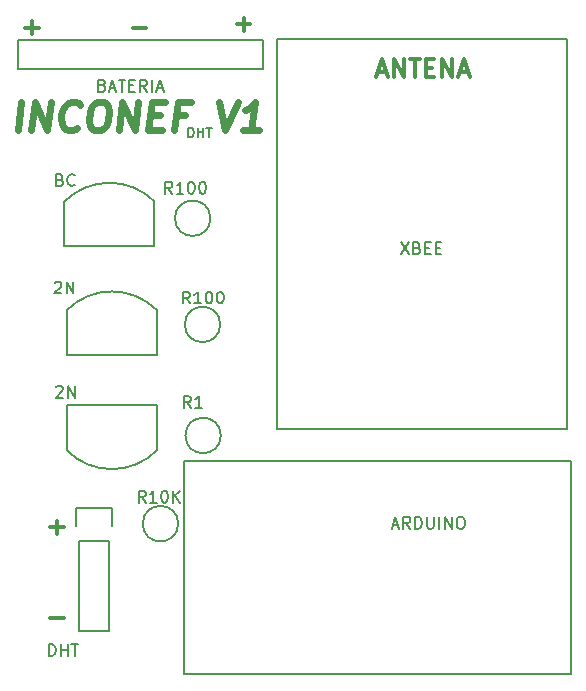
<source format=gbr>
G04 #@! TF.GenerationSoftware,KiCad,Pcbnew,(5.0.2)-1*
G04 #@! TF.CreationDate,2019-04-10T16:45:38+02:00*
G04 #@! TF.ProjectId,V2,56322e6b-6963-4616-945f-706362585858,rev?*
G04 #@! TF.SameCoordinates,Original*
G04 #@! TF.FileFunction,Legend,Top*
G04 #@! TF.FilePolarity,Positive*
%FSLAX46Y46*%
G04 Gerber Fmt 4.6, Leading zero omitted, Abs format (unit mm)*
G04 Created by KiCad (PCBNEW (5.0.2)-1) date 10/04/2019 16:45:38*
%MOMM*%
%LPD*%
G01*
G04 APERTURE LIST*
%ADD10C,0.200000*%
%ADD11C,0.600000*%
%ADD12C,0.300000*%
%ADD13C,0.150000*%
G04 APERTURE END LIST*
D10*
X127058266Y-50237904D02*
X127058266Y-49437904D01*
X127248742Y-49437904D01*
X127363028Y-49476000D01*
X127439219Y-49552190D01*
X127477314Y-49628380D01*
X127515409Y-49780761D01*
X127515409Y-49895047D01*
X127477314Y-50047428D01*
X127439219Y-50123619D01*
X127363028Y-50199809D01*
X127248742Y-50237904D01*
X127058266Y-50237904D01*
X127858266Y-50237904D02*
X127858266Y-49437904D01*
X127858266Y-49818857D02*
X128315409Y-49818857D01*
X128315409Y-50237904D02*
X128315409Y-49437904D01*
X128582076Y-49437904D02*
X129039219Y-49437904D01*
X128810647Y-50237904D02*
X128810647Y-49437904D01*
D11*
X112610707Y-49651714D02*
X112910707Y-47251714D01*
X113753564Y-49651714D02*
X114053564Y-47251714D01*
X115124992Y-49651714D01*
X115424992Y-47251714D01*
X117667850Y-49423142D02*
X117539278Y-49537428D01*
X117182135Y-49651714D01*
X116953564Y-49651714D01*
X116624992Y-49537428D01*
X116424992Y-49308857D01*
X116339278Y-49080285D01*
X116282135Y-48623142D01*
X116324992Y-48280285D01*
X116496421Y-47823142D01*
X116639278Y-47594571D01*
X116896421Y-47366000D01*
X117253564Y-47251714D01*
X117482135Y-47251714D01*
X117810707Y-47366000D01*
X117910707Y-47480285D01*
X119424992Y-47251714D02*
X119882135Y-47251714D01*
X120096421Y-47366000D01*
X120296421Y-47594571D01*
X120353564Y-48051714D01*
X120253564Y-48851714D01*
X120082135Y-49308857D01*
X119824992Y-49537428D01*
X119582135Y-49651714D01*
X119124992Y-49651714D01*
X118910707Y-49537428D01*
X118710707Y-49308857D01*
X118653564Y-48851714D01*
X118753564Y-48051714D01*
X118924992Y-47594571D01*
X119182135Y-47366000D01*
X119424992Y-47251714D01*
X121182135Y-49651714D02*
X121482135Y-47251714D01*
X122553564Y-49651714D01*
X122853564Y-47251714D01*
X123853564Y-48394571D02*
X124653564Y-48394571D01*
X124839278Y-49651714D02*
X123696421Y-49651714D01*
X123996421Y-47251714D01*
X125139278Y-47251714D01*
X126824992Y-48394571D02*
X126024992Y-48394571D01*
X125867850Y-49651714D02*
X126167850Y-47251714D01*
X127310707Y-47251714D01*
X129710707Y-47251714D02*
X130210707Y-49651714D01*
X131310707Y-47251714D01*
X133067850Y-49651714D02*
X131696421Y-49651714D01*
X132382135Y-49651714D02*
X132682135Y-47251714D01*
X132410707Y-47594571D01*
X132153564Y-47823142D01*
X131910707Y-47937428D01*
D12*
X116543028Y-90953142D02*
X115400171Y-90953142D01*
X115370171Y-83273142D02*
X116513028Y-83273142D01*
X115941600Y-83844571D02*
X115941600Y-82701714D01*
X123503028Y-40963142D02*
X122360171Y-40963142D01*
X131190171Y-40693142D02*
X132333028Y-40693142D01*
X131761600Y-41264571D02*
X131761600Y-40121714D01*
X113260171Y-40953142D02*
X114403028Y-40953142D01*
X113831600Y-41524571D02*
X113831600Y-40381714D01*
X143120171Y-44696000D02*
X143834457Y-44696000D01*
X142977314Y-45124571D02*
X143477314Y-43624571D01*
X143977314Y-45124571D01*
X144477314Y-45124571D02*
X144477314Y-43624571D01*
X145334457Y-45124571D01*
X145334457Y-43624571D01*
X145834457Y-43624571D02*
X146691600Y-43624571D01*
X146263028Y-45124571D02*
X146263028Y-43624571D01*
X147191600Y-44338857D02*
X147691600Y-44338857D01*
X147905885Y-45124571D02*
X147191600Y-45124571D01*
X147191600Y-43624571D01*
X147905885Y-43624571D01*
X148548742Y-45124571D02*
X148548742Y-43624571D01*
X149405885Y-45124571D01*
X149405885Y-43624571D01*
X150048742Y-44696000D02*
X150763028Y-44696000D01*
X149905885Y-45124571D02*
X150405885Y-43624571D01*
X150905885Y-45124571D01*
D13*
G04 #@! TO.C,ARDUINO*
X159512000Y-95656400D02*
X159512000Y-77622400D01*
X126746000Y-77622400D02*
X126746000Y-95656400D01*
X159512000Y-95656400D02*
X126746000Y-95656400D01*
X126746000Y-77622400D02*
X159512000Y-77622400D01*
G04 #@! TO.C,XBEE*
X134620000Y-41958000D02*
X159160000Y-41958000D01*
X159160000Y-41958000D02*
X159160000Y-74958000D01*
X159160000Y-74958000D02*
X134620000Y-74958000D01*
X134620000Y-74958000D02*
X134620000Y-41958000D01*
G04 #@! TO.C,BATERIA*
X112623600Y-42011600D02*
X133423600Y-42011600D01*
X133423600Y-42011600D02*
X133423600Y-44461600D01*
X133423600Y-44461600D02*
X112623600Y-44461600D01*
X112623600Y-44461600D02*
X112623600Y-42011600D01*
G04 #@! TO.C,2N*
X116789200Y-64871600D02*
G75*
G02X124409200Y-64871600I3810000J-3810000D01*
G01*
X124409200Y-68681600D02*
X124409200Y-64871600D01*
X116789200Y-68681600D02*
X124409200Y-68681600D01*
X116789200Y-64871600D02*
X116789200Y-68681600D01*
G04 #@! TO.C,DHT*
X117805200Y-84429600D02*
X120345200Y-84429600D01*
X117805200Y-92049600D02*
X117805200Y-84429600D01*
X120345200Y-92049600D02*
X117805200Y-92049600D01*
X120345200Y-84429600D02*
X120345200Y-92049600D01*
X117551200Y-81635600D02*
X117551200Y-83159600D01*
X120599200Y-81635600D02*
X117551200Y-81635600D01*
X120599200Y-83159600D02*
X120599200Y-81635600D01*
G04 #@! TO.C,R100*
X129770000Y-66090800D02*
G75*
G03X129770000Y-66090800I-1500000J0D01*
G01*
G04 #@! TO.C,R1*
X129820800Y-75488800D02*
G75*
G03X129820800Y-75488800I-1500000J0D01*
G01*
G04 #@! TO.C,R100*
X128941600Y-57099200D02*
G75*
G03X128941600Y-57099200I-1500000J0D01*
G01*
G04 #@! TO.C, R10K*
X126214000Y-82956400D02*
G75*
G03X126214000Y-82956400I-1500000J0D01*
G01*
G04 #@! TO.C,BC*
X124206000Y-55676800D02*
X124206000Y-59486800D01*
X124206000Y-59486800D02*
X116586000Y-59486800D01*
X116586000Y-59486800D02*
X116586000Y-55676800D01*
X124206000Y-55676800D02*
G75*
G03X116586000Y-55676800I-3810000J-3810000D01*
G01*
G04 #@! TO.C,2N*
X124409200Y-76758800D02*
X124409200Y-72948800D01*
X124409200Y-72948800D02*
X116789200Y-72948800D01*
X116789200Y-72948800D02*
X116789200Y-76758800D01*
X124409200Y-76758800D02*
G75*
G02X116789200Y-76758800I-3810000J3810000D01*
G01*
G04 #@! TO.C,ARDUINO*
D10*
X144373980Y-83097666D02*
X144850171Y-83097666D01*
X144278742Y-83383380D02*
X144612076Y-82383380D01*
X144945409Y-83383380D01*
X145850171Y-83383380D02*
X145516838Y-82907190D01*
X145278742Y-83383380D02*
X145278742Y-82383380D01*
X145659695Y-82383380D01*
X145754933Y-82431000D01*
X145802552Y-82478619D01*
X145850171Y-82573857D01*
X145850171Y-82716714D01*
X145802552Y-82811952D01*
X145754933Y-82859571D01*
X145659695Y-82907190D01*
X145278742Y-82907190D01*
X146278742Y-83383380D02*
X146278742Y-82383380D01*
X146516838Y-82383380D01*
X146659695Y-82431000D01*
X146754933Y-82526238D01*
X146802552Y-82621476D01*
X146850171Y-82811952D01*
X146850171Y-82954809D01*
X146802552Y-83145285D01*
X146754933Y-83240523D01*
X146659695Y-83335761D01*
X146516838Y-83383380D01*
X146278742Y-83383380D01*
X147278742Y-82383380D02*
X147278742Y-83192904D01*
X147326361Y-83288142D01*
X147373980Y-83335761D01*
X147469219Y-83383380D01*
X147659695Y-83383380D01*
X147754933Y-83335761D01*
X147802552Y-83288142D01*
X147850171Y-83192904D01*
X147850171Y-82383380D01*
X148326361Y-83383380D02*
X148326361Y-82383380D01*
X148802552Y-83383380D02*
X148802552Y-82383380D01*
X149373980Y-83383380D01*
X149373980Y-82383380D01*
X150040647Y-82383380D02*
X150231123Y-82383380D01*
X150326361Y-82431000D01*
X150421600Y-82526238D01*
X150469219Y-82716714D01*
X150469219Y-83050047D01*
X150421600Y-83240523D01*
X150326361Y-83335761D01*
X150231123Y-83383380D01*
X150040647Y-83383380D01*
X149945409Y-83335761D01*
X149850171Y-83240523D01*
X149802552Y-83050047D01*
X149802552Y-82716714D01*
X149850171Y-82526238D01*
X149945409Y-82431000D01*
X150040647Y-82383380D01*
G04 #@! TO.C,XBEE*
D13*
X145073504Y-59118380D02*
X145740171Y-60118380D01*
X145740171Y-59118380D02*
X145073504Y-60118380D01*
X146454457Y-59594571D02*
X146597314Y-59642190D01*
X146644933Y-59689809D01*
X146692552Y-59785047D01*
X146692552Y-59927904D01*
X146644933Y-60023142D01*
X146597314Y-60070761D01*
X146502076Y-60118380D01*
X146121123Y-60118380D01*
X146121123Y-59118380D01*
X146454457Y-59118380D01*
X146549695Y-59166000D01*
X146597314Y-59213619D01*
X146644933Y-59308857D01*
X146644933Y-59404095D01*
X146597314Y-59499333D01*
X146549695Y-59546952D01*
X146454457Y-59594571D01*
X146121123Y-59594571D01*
X147121123Y-59594571D02*
X147454457Y-59594571D01*
X147597314Y-60118380D02*
X147121123Y-60118380D01*
X147121123Y-59118380D01*
X147597314Y-59118380D01*
X148025885Y-59594571D02*
X148359219Y-59594571D01*
X148502076Y-60118380D02*
X148025885Y-60118380D01*
X148025885Y-59118380D01*
X148502076Y-59118380D01*
G04 #@! TO.C,BATERIA*
X119794457Y-45854571D02*
X119937314Y-45902190D01*
X119984933Y-45949809D01*
X120032552Y-46045047D01*
X120032552Y-46187904D01*
X119984933Y-46283142D01*
X119937314Y-46330761D01*
X119842076Y-46378380D01*
X119461123Y-46378380D01*
X119461123Y-45378380D01*
X119794457Y-45378380D01*
X119889695Y-45426000D01*
X119937314Y-45473619D01*
X119984933Y-45568857D01*
X119984933Y-45664095D01*
X119937314Y-45759333D01*
X119889695Y-45806952D01*
X119794457Y-45854571D01*
X119461123Y-45854571D01*
X120413504Y-46092666D02*
X120889695Y-46092666D01*
X120318266Y-46378380D02*
X120651600Y-45378380D01*
X120984933Y-46378380D01*
X121175409Y-45378380D02*
X121746838Y-45378380D01*
X121461123Y-46378380D02*
X121461123Y-45378380D01*
X122080171Y-45854571D02*
X122413504Y-45854571D01*
X122556361Y-46378380D02*
X122080171Y-46378380D01*
X122080171Y-45378380D01*
X122556361Y-45378380D01*
X123556361Y-46378380D02*
X123223028Y-45902190D01*
X122984933Y-46378380D02*
X122984933Y-45378380D01*
X123365885Y-45378380D01*
X123461123Y-45426000D01*
X123508742Y-45473619D01*
X123556361Y-45568857D01*
X123556361Y-45711714D01*
X123508742Y-45806952D01*
X123461123Y-45854571D01*
X123365885Y-45902190D01*
X122984933Y-45902190D01*
X123984933Y-46378380D02*
X123984933Y-45378380D01*
X124413504Y-46092666D02*
X124889695Y-46092666D01*
X124318266Y-46378380D02*
X124651600Y-45378380D01*
X124984933Y-46378380D01*
G04 #@! TO.C,2N*
X115762076Y-62563619D02*
X115809695Y-62516000D01*
X115904933Y-62468380D01*
X116143028Y-62468380D01*
X116238266Y-62516000D01*
X116285885Y-62563619D01*
X116333504Y-62658857D01*
X116333504Y-62754095D01*
X116285885Y-62896952D01*
X115714457Y-63468380D01*
X116333504Y-63468380D01*
X116762076Y-63468380D02*
X116762076Y-62468380D01*
X117333504Y-63468380D01*
X117333504Y-62468380D01*
G04 #@! TO.C,DHT*
X115274933Y-94148380D02*
X115274933Y-93148380D01*
X115513028Y-93148380D01*
X115655885Y-93196000D01*
X115751123Y-93291238D01*
X115798742Y-93386476D01*
X115846361Y-93576952D01*
X115846361Y-93719809D01*
X115798742Y-93910285D01*
X115751123Y-94005523D01*
X115655885Y-94100761D01*
X115513028Y-94148380D01*
X115274933Y-94148380D01*
X116274933Y-94148380D02*
X116274933Y-93148380D01*
X116274933Y-93624571D02*
X116846361Y-93624571D01*
X116846361Y-94148380D02*
X116846361Y-93148380D01*
X117179695Y-93148380D02*
X117751123Y-93148380D01*
X117465409Y-94148380D02*
X117465409Y-93148380D01*
G04 #@! TO.C,R100*
X127202552Y-64308380D02*
X126869219Y-63832190D01*
X126631123Y-64308380D02*
X126631123Y-63308380D01*
X127012076Y-63308380D01*
X127107314Y-63356000D01*
X127154933Y-63403619D01*
X127202552Y-63498857D01*
X127202552Y-63641714D01*
X127154933Y-63736952D01*
X127107314Y-63784571D01*
X127012076Y-63832190D01*
X126631123Y-63832190D01*
X128154933Y-64308380D02*
X127583504Y-64308380D01*
X127869219Y-64308380D02*
X127869219Y-63308380D01*
X127773980Y-63451238D01*
X127678742Y-63546476D01*
X127583504Y-63594095D01*
X128773980Y-63308380D02*
X128869219Y-63308380D01*
X128964457Y-63356000D01*
X129012076Y-63403619D01*
X129059695Y-63498857D01*
X129107314Y-63689333D01*
X129107314Y-63927428D01*
X129059695Y-64117904D01*
X129012076Y-64213142D01*
X128964457Y-64260761D01*
X128869219Y-64308380D01*
X128773980Y-64308380D01*
X128678742Y-64260761D01*
X128631123Y-64213142D01*
X128583504Y-64117904D01*
X128535885Y-63927428D01*
X128535885Y-63689333D01*
X128583504Y-63498857D01*
X128631123Y-63403619D01*
X128678742Y-63356000D01*
X128773980Y-63308380D01*
X129726361Y-63308380D02*
X129821600Y-63308380D01*
X129916838Y-63356000D01*
X129964457Y-63403619D01*
X130012076Y-63498857D01*
X130059695Y-63689333D01*
X130059695Y-63927428D01*
X130012076Y-64117904D01*
X129964457Y-64213142D01*
X129916838Y-64260761D01*
X129821600Y-64308380D01*
X129726361Y-64308380D01*
X129631123Y-64260761D01*
X129583504Y-64213142D01*
X129535885Y-64117904D01*
X129488266Y-63927428D01*
X129488266Y-63689333D01*
X129535885Y-63498857D01*
X129583504Y-63403619D01*
X129631123Y-63356000D01*
X129726361Y-63308380D01*
G04 #@! TO.C,R1*
X127274933Y-73148380D02*
X126941600Y-72672190D01*
X126703504Y-73148380D02*
X126703504Y-72148380D01*
X127084457Y-72148380D01*
X127179695Y-72196000D01*
X127227314Y-72243619D01*
X127274933Y-72338857D01*
X127274933Y-72481714D01*
X127227314Y-72576952D01*
X127179695Y-72624571D01*
X127084457Y-72672190D01*
X126703504Y-72672190D01*
X128227314Y-73148380D02*
X127655885Y-73148380D01*
X127941600Y-73148380D02*
X127941600Y-72148380D01*
X127846361Y-72291238D01*
X127751123Y-72386476D01*
X127655885Y-72434095D01*
G04 #@! TO.C,R100*
X125696152Y-55018380D02*
X125362819Y-54542190D01*
X125124723Y-55018380D02*
X125124723Y-54018380D01*
X125505676Y-54018380D01*
X125600914Y-54066000D01*
X125648533Y-54113619D01*
X125696152Y-54208857D01*
X125696152Y-54351714D01*
X125648533Y-54446952D01*
X125600914Y-54494571D01*
X125505676Y-54542190D01*
X125124723Y-54542190D01*
X126648533Y-55018380D02*
X126077104Y-55018380D01*
X126362819Y-55018380D02*
X126362819Y-54018380D01*
X126267580Y-54161238D01*
X126172342Y-54256476D01*
X126077104Y-54304095D01*
X127267580Y-54018380D02*
X127362819Y-54018380D01*
X127458057Y-54066000D01*
X127505676Y-54113619D01*
X127553295Y-54208857D01*
X127600914Y-54399333D01*
X127600914Y-54637428D01*
X127553295Y-54827904D01*
X127505676Y-54923142D01*
X127458057Y-54970761D01*
X127362819Y-55018380D01*
X127267580Y-55018380D01*
X127172342Y-54970761D01*
X127124723Y-54923142D01*
X127077104Y-54827904D01*
X127029485Y-54637428D01*
X127029485Y-54399333D01*
X127077104Y-54208857D01*
X127124723Y-54113619D01*
X127172342Y-54066000D01*
X127267580Y-54018380D01*
X128219961Y-54018380D02*
X128315200Y-54018380D01*
X128410438Y-54066000D01*
X128458057Y-54113619D01*
X128505676Y-54208857D01*
X128553295Y-54399333D01*
X128553295Y-54637428D01*
X128505676Y-54827904D01*
X128458057Y-54923142D01*
X128410438Y-54970761D01*
X128315200Y-55018380D01*
X128219961Y-55018380D01*
X128124723Y-54970761D01*
X128077104Y-54923142D01*
X128029485Y-54827904D01*
X127981866Y-54637428D01*
X127981866Y-54399333D01*
X128029485Y-54208857D01*
X128077104Y-54113619D01*
X128124723Y-54066000D01*
X128219961Y-54018380D01*
G04 #@! TO.C, R10K*
X123449695Y-81168380D02*
X123116361Y-80692190D01*
X122878266Y-81168380D02*
X122878266Y-80168380D01*
X123259219Y-80168380D01*
X123354457Y-80216000D01*
X123402076Y-80263619D01*
X123449695Y-80358857D01*
X123449695Y-80501714D01*
X123402076Y-80596952D01*
X123354457Y-80644571D01*
X123259219Y-80692190D01*
X122878266Y-80692190D01*
X124402076Y-81168380D02*
X123830647Y-81168380D01*
X124116361Y-81168380D02*
X124116361Y-80168380D01*
X124021123Y-80311238D01*
X123925885Y-80406476D01*
X123830647Y-80454095D01*
X125021123Y-80168380D02*
X125116361Y-80168380D01*
X125211600Y-80216000D01*
X125259219Y-80263619D01*
X125306838Y-80358857D01*
X125354457Y-80549333D01*
X125354457Y-80787428D01*
X125306838Y-80977904D01*
X125259219Y-81073142D01*
X125211600Y-81120761D01*
X125116361Y-81168380D01*
X125021123Y-81168380D01*
X124925885Y-81120761D01*
X124878266Y-81073142D01*
X124830647Y-80977904D01*
X124783028Y-80787428D01*
X124783028Y-80549333D01*
X124830647Y-80358857D01*
X124878266Y-80263619D01*
X124925885Y-80216000D01*
X125021123Y-80168380D01*
X125783028Y-81168380D02*
X125783028Y-80168380D01*
X126354457Y-81168380D02*
X125925885Y-80596952D01*
X126354457Y-80168380D02*
X125783028Y-80739809D01*
G04 #@! TO.C,BC*
X116203028Y-53834571D02*
X116345885Y-53882190D01*
X116393504Y-53929809D01*
X116441123Y-54025047D01*
X116441123Y-54167904D01*
X116393504Y-54263142D01*
X116345885Y-54310761D01*
X116250647Y-54358380D01*
X115869695Y-54358380D01*
X115869695Y-53358380D01*
X116203028Y-53358380D01*
X116298266Y-53406000D01*
X116345885Y-53453619D01*
X116393504Y-53548857D01*
X116393504Y-53644095D01*
X116345885Y-53739333D01*
X116298266Y-53786952D01*
X116203028Y-53834571D01*
X115869695Y-53834571D01*
X117441123Y-54263142D02*
X117393504Y-54310761D01*
X117250647Y-54358380D01*
X117155409Y-54358380D01*
X117012552Y-54310761D01*
X116917314Y-54215523D01*
X116869695Y-54120285D01*
X116822076Y-53929809D01*
X116822076Y-53786952D01*
X116869695Y-53596476D01*
X116917314Y-53501238D01*
X117012552Y-53406000D01*
X117155409Y-53358380D01*
X117250647Y-53358380D01*
X117393504Y-53406000D01*
X117441123Y-53453619D01*
G04 #@! TO.C,2N*
X115882076Y-71383619D02*
X115929695Y-71336000D01*
X116024933Y-71288380D01*
X116263028Y-71288380D01*
X116358266Y-71336000D01*
X116405885Y-71383619D01*
X116453504Y-71478857D01*
X116453504Y-71574095D01*
X116405885Y-71716952D01*
X115834457Y-72288380D01*
X116453504Y-72288380D01*
X116882076Y-72288380D02*
X116882076Y-71288380D01*
X117453504Y-72288380D01*
X117453504Y-71288380D01*
G04 #@! TD*
M02*

</source>
